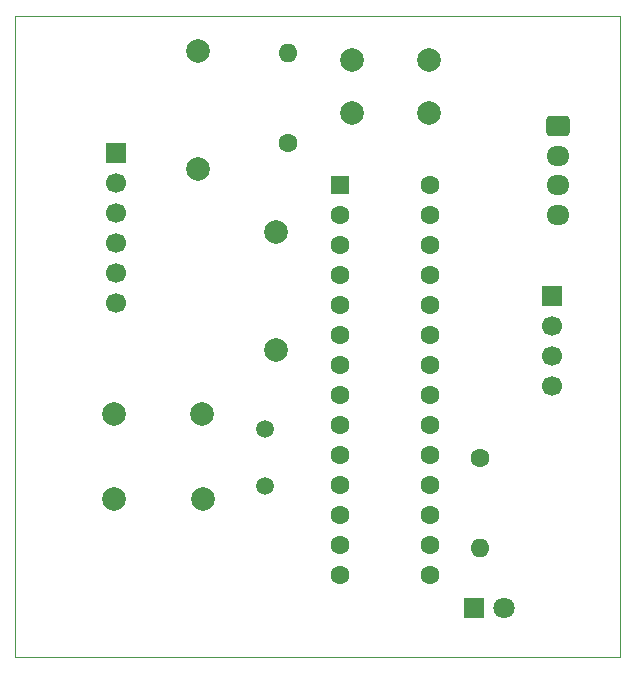
<source format=gbr>
%TF.GenerationSoftware,KiCad,Pcbnew,9.0.1*%
%TF.CreationDate,2025-06-16T22:26:20+01:00*%
%TF.ProjectId,Test_2,54657374-5f32-42e6-9b69-6361645f7063,rev?*%
%TF.SameCoordinates,Original*%
%TF.FileFunction,Soldermask,Top*%
%TF.FilePolarity,Negative*%
%FSLAX46Y46*%
G04 Gerber Fmt 4.6, Leading zero omitted, Abs format (unit mm)*
G04 Created by KiCad (PCBNEW 9.0.1) date 2025-06-16 22:26:20*
%MOMM*%
%LPD*%
G01*
G04 APERTURE LIST*
G04 Aperture macros list*
%AMRoundRect*
0 Rectangle with rounded corners*
0 $1 Rounding radius*
0 $2 $3 $4 $5 $6 $7 $8 $9 X,Y pos of 4 corners*
0 Add a 4 corners polygon primitive as box body*
4,1,4,$2,$3,$4,$5,$6,$7,$8,$9,$2,$3,0*
0 Add four circle primitives for the rounded corners*
1,1,$1+$1,$2,$3*
1,1,$1+$1,$4,$5*
1,1,$1+$1,$6,$7*
1,1,$1+$1,$8,$9*
0 Add four rect primitives between the rounded corners*
20,1,$1+$1,$2,$3,$4,$5,0*
20,1,$1+$1,$4,$5,$6,$7,0*
20,1,$1+$1,$6,$7,$8,$9,0*
20,1,$1+$1,$8,$9,$2,$3,0*%
G04 Aperture macros list end*
%ADD10R,1.800000X1.800000*%
%ADD11C,1.800000*%
%ADD12RoundRect,0.250000X-0.725000X0.600000X-0.725000X-0.600000X0.725000X-0.600000X0.725000X0.600000X0*%
%ADD13O,1.950000X1.700000*%
%ADD14C,2.000000*%
%ADD15R,1.700000X1.700000*%
%ADD16C,1.700000*%
%ADD17C,1.600000*%
%ADD18O,1.600000X1.600000*%
%ADD19RoundRect,0.250000X-0.550000X-0.550000X0.550000X-0.550000X0.550000X0.550000X-0.550000X0.550000X0*%
%ADD20C,1.500000*%
%TA.AperFunction,Profile*%
%ADD21C,0.050000*%
%TD*%
G04 APERTURE END LIST*
D10*
%TO.C,D1*%
X141732000Y-109220000D03*
D11*
X144272000Y-109220000D03*
%TD*%
D12*
%TO.C,J2*%
X148851500Y-68386000D03*
D13*
X148851500Y-70886000D03*
X148851500Y-73386000D03*
X148851500Y-75886000D03*
%TD*%
D14*
%TO.C,C4*%
X118364000Y-72056000D03*
X118364000Y-62056000D03*
%TD*%
D15*
%TO.C,J1*%
X148336000Y-82804000D03*
D16*
X148336000Y-85344000D03*
X148336000Y-87884000D03*
X148336000Y-90424000D03*
%TD*%
D14*
%TO.C,C2*%
X118750000Y-100000000D03*
X111250000Y-100000000D03*
%TD*%
%TO.C,C1*%
X118700000Y-92800000D03*
X111200000Y-92800000D03*
%TD*%
D17*
%TO.C,R1*%
X142240000Y-96520000D03*
D18*
X142240000Y-104140000D03*
%TD*%
D17*
%TO.C,R2*%
X125984000Y-69810000D03*
D18*
X125984000Y-62190000D03*
%TD*%
D14*
%TO.C,SW1*%
X131370000Y-62774000D03*
X137870000Y-62774000D03*
X131370000Y-67274000D03*
X137870000Y-67274000D03*
%TD*%
D19*
%TO.C,U1*%
X130380000Y-73380000D03*
D17*
X130380000Y-75920000D03*
X130380000Y-78460000D03*
X130380000Y-81000000D03*
X130380000Y-83540000D03*
X130380000Y-86080000D03*
X130380000Y-88620000D03*
X130380000Y-91160000D03*
X130380000Y-93700000D03*
X130380000Y-96240000D03*
X130380000Y-98780000D03*
X130380000Y-101320000D03*
X130380000Y-103860000D03*
X130380000Y-106400000D03*
X138000000Y-106400000D03*
X138000000Y-103860000D03*
X138000000Y-101320000D03*
X138000000Y-98780000D03*
X138000000Y-96240000D03*
X138000000Y-93700000D03*
X138000000Y-91160000D03*
X138000000Y-88620000D03*
X138000000Y-86080000D03*
X138000000Y-83540000D03*
X138000000Y-81000000D03*
X138000000Y-78460000D03*
X138000000Y-75920000D03*
X138000000Y-73380000D03*
%TD*%
D14*
%TO.C,C3*%
X124968000Y-77376000D03*
X124968000Y-87376000D03*
%TD*%
D20*
%TO.C,Y1*%
X124000000Y-98880000D03*
X124000000Y-94000000D03*
%TD*%
D15*
%TO.C,J3*%
X111400000Y-70675000D03*
D16*
X111400000Y-73215000D03*
X111400000Y-75755000D03*
X111400000Y-78295000D03*
X111400000Y-80835000D03*
X111400000Y-83375000D03*
%TD*%
D21*
X102889000Y-59100000D02*
X154048000Y-59100000D01*
X154048000Y-113316000D01*
X102889000Y-113316000D01*
X102889000Y-59100000D01*
M02*

</source>
